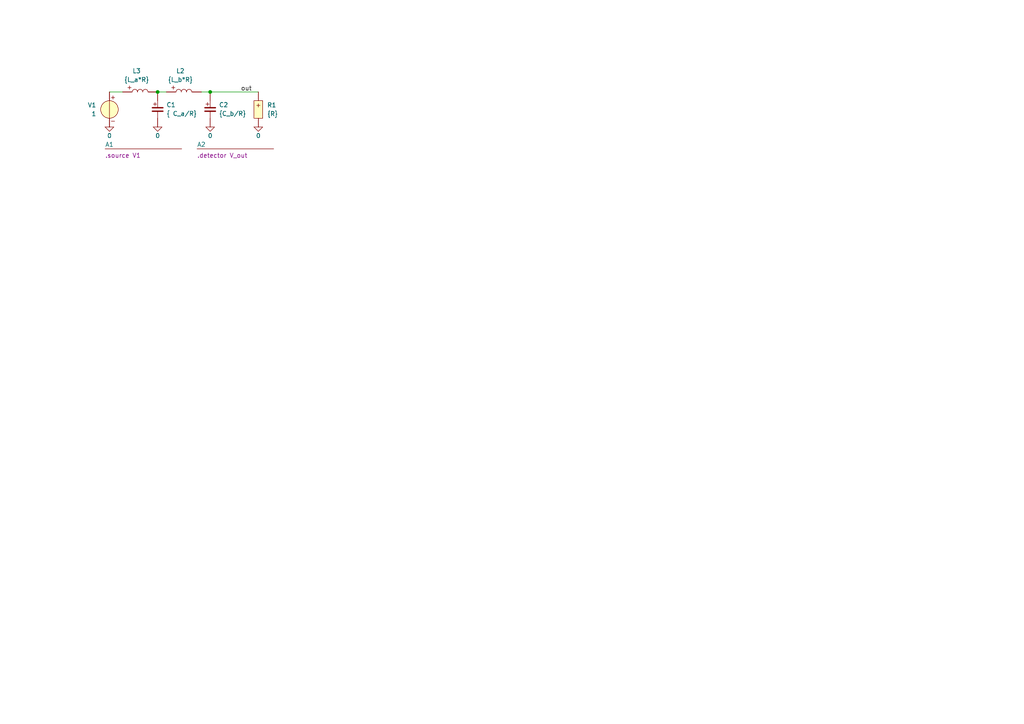
<source format=kicad_sch>
(kicad_sch (version 20231120) (generator "eeschema") (generator_version "8.0")
  (paper "A4")
  (title_block (title "Filter Design"))
  (lib_symbols
    (symbol "SLiCAP:C" (pin_numbers hide) (pin_names (offset 1.016) hide)
      (property "Reference" "C?" (at 2.54 3.81 0))
      (property "Value" "?" (at 2.54 1.27 0) (show_name))
      (property "vinit" "0" (at 2.54 -1.27 0) (show_name))
      (symbol "C_0_0"
        (text "+" (at -0.762 1.651 0) (effects (font (size 1.27 1.27))))
      )
      (symbol "C_0_1"
        (polyline (pts (xy -1.524 -0.508) (xy 1.524 -0.508)) (stroke (width 0.381)))
        (polyline (pts (xy -1.524 0.508) (xy 1.524 0.508)) (stroke (width 0.381)))
        (polyline (pts (xy 0 -2.54) (xy 0 -0.508)))
        (polyline (pts (xy 0 2.54) (xy 0 0.508)))
      )
      (symbol "C_1_0"
        (pin passive line (at 0 5.08 270) (length 2.54) (name "1") (number "1"))
        (pin passive line (at 0 -5.08 90) (length 2.54) (name "2") (number "2"))
      )
    )
    (symbol "SLiCAP:Command" (pin_numbers hide) (pin_names (offset 0) hide)
      (property "Reference" "A?" (at 0 1.27 0))
      (property "command" "?" (at 0 -1.905 0))
      (symbol "Command_0_1"
        (polyline (pts (xy 0 0) (xy 22.225 0)))
      )
    )
    (symbol "SLiCAP:GND" (power) (pin_numbers hide) (pin_names (offset 0) hide)
      (property "Value" "0" (at 0 -2.54 0))
      (symbol "GND_0_1"
        (polyline (pts (xy -1.27 0) (xy 0 -1.27) (xy 1.27 0) (xy -1.27 0)))
      )
      (symbol "GND_1_1"
        (pin power_in line (at 0 0 0) (length 0) (name "~") (number "1"))
      )
    )
    (symbol "SLiCAP:L" (pin_numbers hide) (pin_names (offset 1.016) hide)
      (property "Reference" "L?" (at 2.54 3.81 0))
      (property "Value" "?" (at 2.54 1.27 0) (show_name))
      (property "iinit" "0" (at 5.715 -1.27 0) (show_name))
      (symbol "L_0_0"
        (text "+" (at 1.27 3.175 0) (effects (font (size 1.27 1.27))))
      )
      (symbol "L_0_1"
        (arc (start 0 -2.286) (mid 0.759 -1.524) (end 0 -0.762))
        (arc (start 0 -0.762) (mid 0.759 0) (end 0 0.762))
        (polyline (pts (xy 0 -2.54) (xy 0 -2.286)))
        (polyline (pts (xy 0 2.286) (xy 0 2.54)))
        (arc (start 0 0.762) (mid 0.759 1.524) (end 0 2.286))
      )
      (symbol "L_1_0"
        (pin passive line (at 0 5.08 270) (length 2.54) (name "1") (number "1"))
        (pin passive line (at 0 -5.08 90) (length 2.54) (name "2") (number "2"))
      )
    )
    (symbol "SLiCAP:R" (pin_numbers hide) (pin_names (offset 1.016) hide)
      (property "Reference" "R?" (at 1.905 3.81 0))
      (property "Value" "?" (at 1.905 1.905 0) (show_name))
      (property "noisetemp" "0" (at 1.905 0 0) (show_name))
      (property "noiseflow" "0" (at 15.24 0 0) (show_name))
      (property "dcvar" "0" (at 1.905 -1.905 0) (show_name))
      (property "dcvarlot" "0" (at 15.24 -1.905 0) (show_name))
      (symbol "R_0_0"
        (text "+" (at 0 1.27 0) (effects (font (size 1.27 1.27))))
      )
      (symbol "R_1_0"
        (pin passive line (at 0 5.08 270) (length 2.54) (name "1") (number "1"))
        (pin passive line (at 0 -5.08 90) (length 2.54) (name "2") (number "2"))
      )
      (symbol "R_1_1"
        (rectangle (start -1.27 2.54) (end 1.27 -2.54) (fill (type background)))
      )
    )
    (symbol "SLiCAP:V" (pin_numbers hide) (pin_names (offset 0) hide)
      (property "Reference" "V?" (at 3.175 4.445 0))
      (property "Value" "?" (at 3.175 2.54 0) (show_name))
      (property "noise" "0" (at 3.175 -3.175 0) (show_name))
      (property "dc" "0" (at 3.175 0.635 0) (show_name))
      (property "dcvar" "0" (at 3.175 -1.27 0) (show_name))
      (symbol "V_0_0"
        (text "+" (at -1.016 3.556 0) (effects (font (size 1.27 1.27))))
        (text "-" (at -1.016 -3.302 0) (effects (font (size 1.27 1.27))))
        (pin power_out line (at 0 5.08 270) (length 2.54) (name "p") (number "1"))
        (pin power_out line (at 0 -5.08 90) (length 2.54) (name "n") (number "2"))
      )
      (symbol "V_0_1"
        (polyline (pts (xy 0 2.54) (xy 0 -2.54)))
      )
      (symbol "V_1_0"
        (circle (center 0 0) (radius 2.54) (fill (type background)))
      )
    )
  )
  (junction (at 60.96 26.67))
  (junction (at 45.72 26.67))
  (wire (pts (xy 60.96 26.67) (xy 74.93 26.67)))
  (wire (pts (xy 48.26 26.67) (xy 45.72 26.67)))
  (wire (pts (xy 58.42 26.67) (xy 60.96 26.67)))
  (wire (pts (xy 31.75 26.67) (xy 35.56 26.67)))
  (label "out" (at 69.85 26.67 0))
  (symbol (lib_id "SLiCAP:C") (at 60.96 31.75 0) (unit 1)
    (property "Reference" "C2" (at 63.5 30.4136 0) (effects (justify left)))
    (property "Value" "{C_b/R}" (at 63.5 32.9536 0) (effects (justify left)))
    (property "Description" "Capacitor" (effects (hide yes)))
    (property "model" "C" (effects (hide yes)))
    (property "vinit" "0" (effects (hide yes)))
  )
  (symbol (lib_id "SLiCAP:Command") (at 57.15 43.18 0) (unit 1)
    (property "Reference" "A2" (at 57.15 41.91 0) (effects (justify left)))
    (property "Description" "SLiCAP command (.lib, .param, .model. subckt}" (effects (hide yes)))
    (property "command" ".detector V_out" (at 57.15 45.085 0) (effects (justify left)))
  )
  (symbol (lib_id "SLiCAP:GND") (at 31.75 36.83 0) (unit 1)
    (property "Reference" "#01" (effects (hide yes)))
    (property "Value" "0" (at 31.75 39.37 0))
    (property "Description" "0V reference potential" (effects (hide yes)))
  )
  (symbol (lib_id "SLiCAP:C") (at 45.72 31.75 0) (unit 1)
    (property "Reference" "C1" (at 48.26 30.4136 0) (effects (justify left)))
    (property "Value" "{ C_a/R}" (at 48.26 32.9536 0) (effects (justify left)))
    (property "Description" "Capacitor" (effects (hide yes)))
    (property "model" "C" (effects (hide yes)))
    (property "vinit" "0" (effects (hide yes)))
  )
  (symbol (lib_id "SLiCAP:V") (at 31.75 31.75 0) (mirror y) (unit 1)
    (property "Reference" "V1" (at 27.94 30.48 0) (effects (justify left)))
    (property "Value" "1" (at 27.94 33.02 0) (effects (justify left)))
    (property "Description" "Independent voltage source" (effects (hide yes)))
    (property "noise" "0" (effects (hide yes)))
    (property "dc" "0" (effects (hide yes)))
    (property "dcvar" "0" (effects (hide yes)))
    (property "model" "V" (effects (hide yes)))
  )
  (symbol (lib_id "SLiCAP:Command") (at 30.48 43.18 0) (unit 1)
    (property "Reference" "A1" (at 30.48 41.91 0) (effects (justify left)))
    (property "Description" "SLiCAP command (.lib, .param, .model. subckt}" (effects (hide yes)))
    (property "command" ".source V1" (at 30.48 45.085 0) (effects (justify left)))
  )
  (symbol (lib_id "SLiCAP:L") (at 40.64 26.67 90) (unit 1)
    (property "Reference" "L3" (at 39.624 20.574 90))
    (property "Value" "{L_a*R}" (at 39.624 23.114 90))
    (property "Description" "Inductor" (effects (hide yes)))
    (property "model" "L" (effects (hide yes)))
    (property "iinit" "0" (effects (hide yes)))
  )
  (symbol (lib_id "SLiCAP:R") (at 74.93 31.75 0) (unit 1)
    (property "Reference" "R1" (at 77.47 30.4799 0) (effects (justify left)))
    (property "Value" "{R}" (at 77.47 33.0199 0) (effects (justify left)))
    (property "Description" "Resistor (cannot have zero resistance)" (effects (hide yes)))
    (property "model" "R" (effects (hide yes)))
    (property "noisetemp" "0" (effects (hide yes)))
    (property "noiseflow" "0" (effects (hide yes)))
    (property "dcvar" "0" (effects (hide yes)))
    (property "dcvarlot" "0" (effects (hide yes)))
  )
  (symbol (lib_id "SLiCAP:GND") (at 60.96 36.83 0) (unit 1)
    (property "Reference" "#03" (effects (hide yes)))
    (property "Value" "0" (at 60.96 39.37 0))
    (property "Description" "0V reference potential" (effects (hide yes)))
  )
  (symbol (lib_id "SLiCAP:L") (at 53.34 26.67 90) (unit 1)
    (property "Reference" "L2" (at 52.324 20.574 90))
    (property "Value" "{L_b*R}" (at 52.324 23.114 90))
    (property "Description" "Inductor" (effects (hide yes)))
    (property "model" "L" (effects (hide yes)))
    (property "iinit" "0" (effects (hide yes)))
  )
  (symbol (lib_id "SLiCAP:GND") (at 74.93 36.83 0) (unit 1)
    (property "Reference" "#04" (effects (hide yes)))
    (property "Value" "0" (at 74.93 39.37 0))
    (property "Description" "0V reference potential" (effects (hide yes)))
  )
  (symbol (lib_id "SLiCAP:GND") (at 45.72 36.83 0) (unit 1)
    (property "Reference" "#02" (effects (hide yes)))
    (property "Value" "0" (at 45.72 39.37 0))
    (property "Description" "0V reference potential" (effects (hide yes)))
  )
)
</source>
